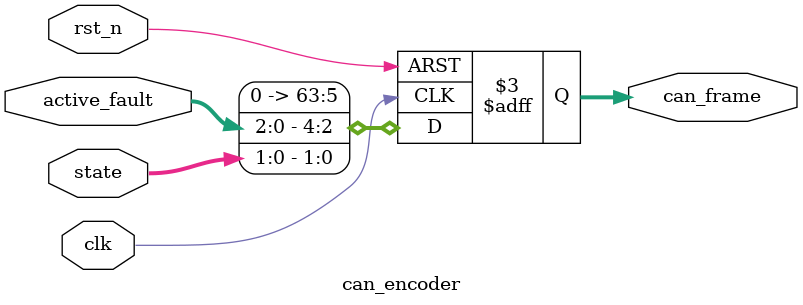
<source format=v>
`timescale 1ns/1ps
module can_encoder(
    input clk, rst_n,
    input [1:0] state,
    input [2:0] active_fault,
    output reg [63:0] can_frame
);
    always @(posedge clk or negedge rst_n) begin
        if(!rst_n) can_frame<=64'h0;
        else begin
            can_frame[7:0] <= {3'b000, active_fault, state}; // pack state+fault
            can_frame[63:8] <= 56'h0;
        end
    end
endmodule

</source>
